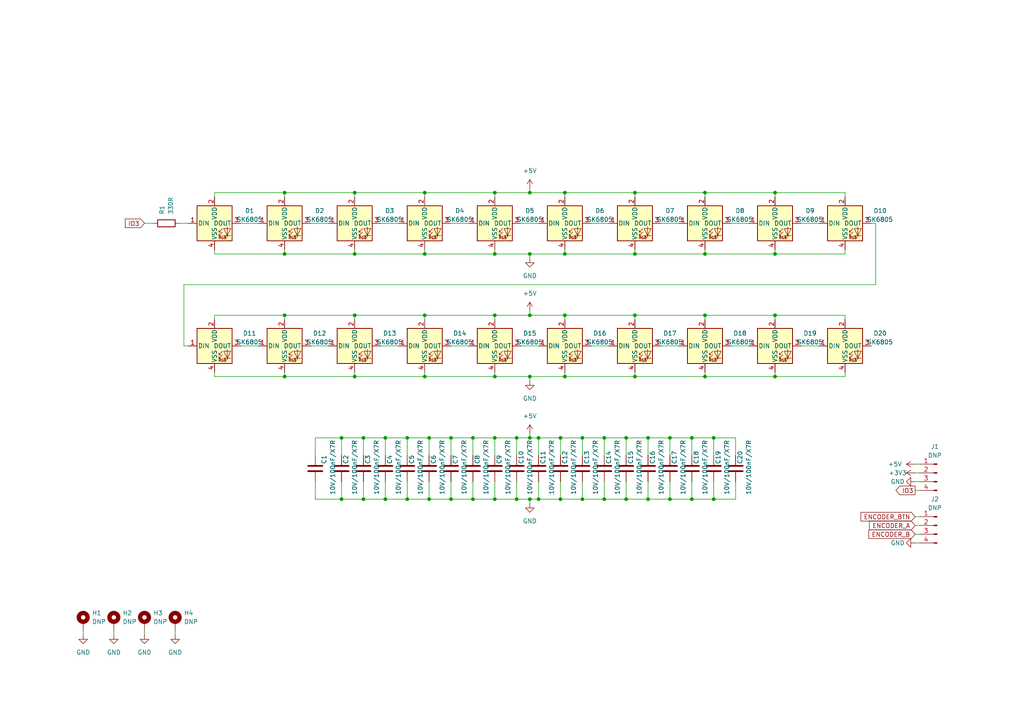
<source format=kicad_sch>
(kicad_sch (version 20230121) (generator eeschema)
  (paper "A4")
  (lib_symbols
    (symbol "Connector:Conn_01x04_Pin" (pin_names (offset 1.016) hide)
      (property "Reference" "J" (at 0 5.08 0))
      (property "Value" "Conn_01x04_Pin" (at 0 -7.62 0))
      (symbol "Conn_01x04_Pin_1_1"
        (polyline (pts (xy 1.27 -5.08) (xy 0.8636 -5.08)) (stroke (width 0.1524)))
        (polyline (pts (xy 1.27 -2.54) (xy 0.8636 -2.54)) (stroke (width 0.1524)))
        (polyline (pts (xy 1.27 0) (xy 0.8636 0)) (stroke (width 0.1524)))
        (polyline (pts (xy 1.27 2.54) (xy 0.8636 2.54)) (stroke (width 0.1524)))
        (rectangle (start 0.8636 -4.953) (end 0 -5.207) (stroke (width 0.1524)) (fill (type outline)))
        (rectangle (start 0.8636 -2.413) (end 0 -2.667) (stroke (width 0.1524)) (fill (type outline)))
        (rectangle (start 0.8636 0.127) (end 0 -0.127) (stroke (width 0.1524)) (fill (type outline)))
        (rectangle (start 0.8636 2.667) (end 0 2.413) (stroke (width 0.1524)) (fill (type outline)))
        (pin passive line (at 5.08 2.54 180) (length 3.81) (name "Pin_1") (number "1"))
        (pin passive line (at 5.08 0 180) (length 3.81) (name "Pin_2") (number "2"))
        (pin passive line (at 5.08 -2.54 180) (length 3.81) (name "Pin_3") (number "3"))
        (pin passive line (at 5.08 -5.08 180) (length 3.81) (name "Pin_4") (number "4"))
      )
    )
    (symbol "Device:C" (pin_numbers hide) (pin_names (offset 0.254))
      (property "Reference" "C" (at 0.635 2.54 0))
      (property "Value" "C" (at 0.635 -2.54 0))
      (symbol "C_0_1"
        (polyline (pts (xy -2.032 -0.762) (xy 2.032 -0.762)) (stroke (width 0.508)))
        (polyline (pts (xy -2.032 0.762) (xy 2.032 0.762)) (stroke (width 0.508)))
      )
      (symbol "C_1_1"
        (pin passive line (at 0 3.81 270) (length 2.794) (name "~") (number "1"))
        (pin passive line (at 0 -3.81 90) (length 2.794) (name "~") (number "2"))
      )
    )
    (symbol "Device:R" (pin_numbers hide) (pin_names (offset 0))
      (property "Reference" "R" (at 2.032 0 90))
      (property "Value" "R" (at 0 0 90))
      (symbol "R_0_1"
        (rectangle (start -1.016 -2.54) (end 1.016 2.54) (stroke (width 0.254)))
      )
      (symbol "R_1_1"
        (pin passive line (at 0 3.81 270) (length 1.27) (name "~") (number "1"))
        (pin passive line (at 0 -3.81 90) (length 1.27) (name "~") (number "2"))
      )
    )
    (symbol "LED:SK6805" (pin_names (offset 0.254))
      (property "Reference" "D13" (at 10.16 3.6479 0))
      (property "Value" "SK6805" (at 10.16 1.1079 0))
      (symbol "SK6805_0_0"
        (text "RGB" (at 2.286 -4.191 0) (effects (font (size 0.762 0.762))))
      )
      (symbol "SK6805_0_1"
        (polyline (pts (xy 1.27 -3.556) (xy 1.778 -3.556)))
        (polyline (pts (xy 1.27 -2.54) (xy 1.778 -2.54)))
        (polyline (pts (xy 4.699 -3.556) (xy 2.667 -3.556)))
        (polyline (pts (xy 2.286 -2.54) (xy 1.27 -3.556) (xy 1.27 -3.048)))
        (polyline (pts (xy 2.286 -1.524) (xy 1.27 -2.54) (xy 1.27 -2.032)))
        (polyline (pts (xy 3.683 -1.016) (xy 3.683 -3.556) (xy 3.683 -4.064)))
        (polyline (pts (xy 4.699 -1.524) (xy 2.667 -1.524) (xy 3.683 -3.556) (xy 4.699 -1.524)))
        (rectangle (start 5.08 5.08) (end -5.08 -5.08) (stroke (width 0.254)) (fill (type background)))
      )
      (symbol "SK6805_1_1"
        (pin input line (at -7.62 0 0) (length 2.54) (name "DIN") (number "1"))
        (pin power_in line (at 0 7.62 270) (length 2.54) (name "VDD") (number "2"))
        (pin output line (at 7.62 0 180) (length 2.54) (name "DOUT") (number "3"))
        (pin power_in line (at 0 -7.62 90) (length 2.54) (name "VSS") (number "4"))
      )
    )
    (symbol "Mechanical:MountingHole_Pad" (pin_numbers hide) (pin_names (offset 1.016) hide)
      (property "Reference" "H" (at 0 6.35 0))
      (property "Value" "MountingHole_Pad" (at 0 4.445 0))
      (symbol "MountingHole_Pad_0_1"
        (circle (center 0 1.27) (radius 1.27) (stroke (width 1.27)))
      )
      (symbol "MountingHole_Pad_1_1"
        (pin input line (at 0 -2.54 90) (length 2.54) (name "1") (number "1"))
      )
    )
    (symbol "power:+3V3" (power) (pin_names (offset 0))
      (property "Value" "+3V3" (at 0 3.556 0))
      (symbol "+3V3_0_1"
        (polyline (pts (xy -0.762 1.27) (xy 0 2.54)))
        (polyline (pts (xy 0 0) (xy 0 2.54)))
        (polyline (pts (xy 0 2.54) (xy 0.762 1.27)))
      )
      (symbol "+3V3_1_1"
        (pin power_in line (at 0 0 90) (length 0) hide (name "+3V3") (number "1"))
      )
    )
    (symbol "power:+5V" (power) (pin_names (offset 0))
      (property "Value" "+5V" (at 0 3.556 0))
      (symbol "+5V_0_1"
        (polyline (pts (xy -0.762 1.27) (xy 0 2.54)))
        (polyline (pts (xy 0 0) (xy 0 2.54)))
        (polyline (pts (xy 0 2.54) (xy 0.762 1.27)))
      )
      (symbol "+5V_1_1"
        (pin power_in line (at 0 0 90) (length 0) hide (name "+5V") (number "1"))
      )
    )
    (symbol "power:GND" (power) (pin_names (offset 0))
      (property "Value" "GND" (at 0 -3.81 0))
      (symbol "GND_0_1"
        (polyline (pts (xy 0 0) (xy 0 -1.27) (xy 1.27 -1.27) (xy 0 -2.54) (xy -1.27 -1.27) (xy 0 -1.27)))
      )
      (symbol "GND_1_1"
        (pin power_in line (at 0 0 270) (length 0) hide (name "GND") (number "1"))
      )
    )
  )
  (junction (at 99.06 127))
  (junction (at 207.01 144.78))
  (junction (at 118.11 144.78))
  (junction (at 82.55 91.44))
  (junction (at 194.31 144.78))
  (junction (at 153.67 109.22))
  (junction (at 118.11 127))
  (junction (at 168.91 127))
  (junction (at 143.51 91.44))
  (junction (at 82.55 55.88))
  (junction (at 137.16 127))
  (junction (at 99.06 144.78))
  (junction (at 168.91 144.78))
  (junction (at 143.51 144.78))
  (junction (at 181.61 144.78))
  (junction (at 184.15 109.22))
  (junction (at 102.87 55.88))
  (junction (at 82.55 73.66))
  (junction (at 82.55 109.22))
  (junction (at 149.86 144.78))
  (junction (at 153.67 127))
  (junction (at 184.15 91.44))
  (junction (at 162.56 144.78))
  (junction (at 163.83 73.66))
  (junction (at 204.47 55.88))
  (junction (at 204.47 91.44))
  (junction (at 156.21 144.78))
  (junction (at 111.76 127))
  (junction (at 143.51 127))
  (junction (at 200.66 127))
  (junction (at 224.79 109.22))
  (junction (at 153.67 144.78))
  (junction (at 175.26 127))
  (junction (at 207.01 127))
  (junction (at 204.47 109.22))
  (junction (at 111.76 144.78))
  (junction (at 102.87 73.66))
  (junction (at 130.81 127))
  (junction (at 194.31 127))
  (junction (at 124.46 144.78))
  (junction (at 123.19 91.44))
  (junction (at 224.79 73.66))
  (junction (at 123.19 55.88))
  (junction (at 181.61 127))
  (junction (at 124.46 127))
  (junction (at 204.47 73.66))
  (junction (at 102.87 109.22))
  (junction (at 143.51 109.22))
  (junction (at 123.19 109.22))
  (junction (at 143.51 73.66))
  (junction (at 102.87 91.44))
  (junction (at 163.83 109.22))
  (junction (at 187.96 144.78))
  (junction (at 143.51 55.88))
  (junction (at 156.21 127))
  (junction (at 149.86 127))
  (junction (at 200.66 144.78))
  (junction (at 175.26 144.78))
  (junction (at 184.15 73.66))
  (junction (at 163.83 55.88))
  (junction (at 153.67 73.66))
  (junction (at 123.19 73.66))
  (junction (at 163.83 91.44))
  (junction (at 162.56 127))
  (junction (at 105.41 144.78))
  (junction (at 224.79 55.88))
  (junction (at 153.67 91.44))
  (junction (at 187.96 127))
  (junction (at 137.16 144.78))
  (junction (at 105.41 127))
  (junction (at 184.15 55.88))
  (junction (at 130.81 144.78))
  (junction (at 153.67 55.88))
  (junction (at 224.79 91.44))
  (wire (pts (xy 62.23 55.88) (xy 82.55 55.88)))
  (wire (pts (xy 181.61 144.78) (xy 187.96 144.78)))
  (wire (pts (xy 105.41 127) (xy 111.76 127)))
  (wire (pts (xy 153.67 144.78) (xy 153.67 146.05)))
  (wire (pts (xy 163.83 109.22) (xy 184.15 109.22)))
  (wire (pts (xy 265.43 157.48) (xy 266.7 157.48)))
  (wire (pts (xy 53.34 100.33) (xy 53.34 82.55)))
  (wire (pts (xy 24.13 184.15) (xy 24.13 182.88)))
  (wire (pts (xy 200.66 144.78) (xy 207.01 144.78)))
  (wire (pts (xy 168.91 127) (xy 168.91 132.08)))
  (wire (pts (xy 187.96 127) (xy 194.31 127)))
  (wire (pts (xy 224.79 109.22) (xy 245.11 109.22)))
  (wire (pts (xy 168.91 144.78) (xy 175.26 144.78)))
  (wire (pts (xy 245.11 72.39) (xy 245.11 73.66)))
  (wire (pts (xy 53.34 82.55) (xy 254 82.55)))
  (wire (pts (xy 102.87 73.66) (xy 82.55 73.66)))
  (wire (pts (xy 187.96 144.78) (xy 194.31 144.78)))
  (wire (pts (xy 82.55 107.95) (xy 82.55 109.22)))
  (wire (pts (xy 175.26 132.08) (xy 175.26 127)))
  (wire (pts (xy 200.66 132.08) (xy 200.66 127)))
  (wire (pts (xy 212.09 100.33) (xy 217.17 100.33)))
  (wire (pts (xy 149.86 132.08) (xy 149.86 127)))
  (wire (pts (xy 153.67 127) (xy 156.21 127)))
  (wire (pts (xy 204.47 107.95) (xy 204.47 109.22)))
  (wire (pts (xy 175.26 139.7) (xy 175.26 144.78)))
  (wire (pts (xy 194.31 127) (xy 200.66 127)))
  (wire (pts (xy 111.76 139.7) (xy 111.76 144.78)))
  (wire (pts (xy 110.49 64.77) (xy 115.57 64.77)))
  (wire (pts (xy 118.11 127) (xy 124.46 127)))
  (wire (pts (xy 162.56 127) (xy 168.91 127)))
  (wire (pts (xy 171.45 64.77) (xy 176.53 64.77)))
  (wire (pts (xy 54.61 100.33) (xy 53.34 100.33)))
  (wire (pts (xy 163.83 107.95) (xy 163.83 109.22)))
  (wire (pts (xy 149.86 127) (xy 153.67 127)))
  (wire (pts (xy 91.44 139.7) (xy 91.44 144.78)))
  (wire (pts (xy 149.86 139.7) (xy 149.86 144.78)))
  (wire (pts (xy 50.8 184.15) (xy 50.8 182.88)))
  (wire (pts (xy 149.86 127) (xy 143.51 127)))
  (wire (pts (xy 90.17 100.33) (xy 95.25 100.33)))
  (wire (pts (xy 143.51 144.78) (xy 149.86 144.78)))
  (wire (pts (xy 105.41 139.7) (xy 105.41 144.78)))
  (wire (pts (xy 163.83 72.39) (xy 163.83 73.66)))
  (wire (pts (xy 124.46 139.7) (xy 124.46 144.78)))
  (wire (pts (xy 163.83 55.88) (xy 184.15 55.88)))
  (wire (pts (xy 91.44 144.78) (xy 99.06 144.78)))
  (wire (pts (xy 213.36 139.7) (xy 213.36 144.78)))
  (wire (pts (xy 41.91 184.15) (xy 41.91 182.88)))
  (wire (pts (xy 99.06 127) (xy 99.06 132.08)))
  (wire (pts (xy 265.43 149.86) (xy 266.7 149.86)))
  (wire (pts (xy 123.19 55.88) (xy 123.19 57.15)))
  (wire (pts (xy 207.01 127) (xy 213.36 127)))
  (wire (pts (xy 171.45 100.33) (xy 176.53 100.33)))
  (wire (pts (xy 224.79 91.44) (xy 224.79 92.71)))
  (wire (pts (xy 62.23 55.88) (xy 62.23 57.15)))
  (wire (pts (xy 82.55 91.44) (xy 82.55 92.71)))
  (wire (pts (xy 153.67 73.66) (xy 153.67 74.93)))
  (wire (pts (xy 118.11 127) (xy 118.11 132.08)))
  (wire (pts (xy 110.49 100.33) (xy 115.57 100.33)))
  (wire (pts (xy 143.51 72.39) (xy 143.51 73.66)))
  (wire (pts (xy 187.96 139.7) (xy 187.96 144.78)))
  (wire (pts (xy 123.19 72.39) (xy 123.19 73.66)))
  (wire (pts (xy 102.87 91.44) (xy 102.87 92.71)))
  (wire (pts (xy 184.15 109.22) (xy 204.47 109.22)))
  (wire (pts (xy 207.01 144.78) (xy 213.36 144.78)))
  (wire (pts (xy 204.47 109.22) (xy 224.79 109.22)))
  (wire (pts (xy 62.23 109.22) (xy 62.23 107.95)))
  (wire (pts (xy 99.06 144.78) (xy 105.41 144.78)))
  (wire (pts (xy 52.07 64.77) (xy 54.61 64.77)))
  (wire (pts (xy 62.23 109.22) (xy 82.55 109.22)))
  (wire (pts (xy 265.43 152.4) (xy 266.7 152.4)))
  (wire (pts (xy 137.16 132.08) (xy 137.16 127)))
  (wire (pts (xy 162.56 139.7) (xy 162.56 144.78)))
  (wire (pts (xy 163.83 91.44) (xy 163.83 92.71)))
  (wire (pts (xy 143.51 139.7) (xy 143.51 144.78)))
  (wire (pts (xy 151.13 100.33) (xy 156.21 100.33)))
  (wire (pts (xy 191.77 64.77) (xy 196.85 64.77)))
  (wire (pts (xy 111.76 127) (xy 118.11 127)))
  (wire (pts (xy 184.15 55.88) (xy 204.47 55.88)))
  (wire (pts (xy 254 82.55) (xy 254 64.77)))
  (wire (pts (xy 163.83 91.44) (xy 184.15 91.44)))
  (wire (pts (xy 123.19 73.66) (xy 102.87 73.66)))
  (wire (pts (xy 130.81 132.08) (xy 130.81 127)))
  (wire (pts (xy 232.41 64.77) (xy 237.49 64.77)))
  (wire (pts (xy 168.91 139.7) (xy 168.91 144.78)))
  (wire (pts (xy 265.43 142.24) (xy 266.7 142.24)))
  (wire (pts (xy 130.81 127) (xy 137.16 127)))
  (wire (pts (xy 162.56 127) (xy 162.56 132.08)))
  (wire (pts (xy 62.23 73.66) (xy 62.23 72.39)))
  (wire (pts (xy 102.87 55.88) (xy 123.19 55.88)))
  (wire (pts (xy 143.51 109.22) (xy 153.67 109.22)))
  (wire (pts (xy 153.67 109.22) (xy 163.83 109.22)))
  (wire (pts (xy 124.46 132.08) (xy 124.46 127)))
  (wire (pts (xy 149.86 144.78) (xy 153.67 144.78)))
  (wire (pts (xy 153.67 73.66) (xy 163.83 73.66)))
  (wire (pts (xy 204.47 91.44) (xy 204.47 92.71)))
  (wire (pts (xy 224.79 55.88) (xy 245.11 55.88)))
  (wire (pts (xy 245.11 107.95) (xy 245.11 109.22)))
  (wire (pts (xy 181.61 139.7) (xy 181.61 144.78)))
  (wire (pts (xy 265.43 139.7) (xy 266.7 139.7)))
  (wire (pts (xy 153.67 91.44) (xy 153.67 90.17)))
  (wire (pts (xy 163.83 55.88) (xy 153.67 55.88)))
  (wire (pts (xy 102.87 107.95) (xy 102.87 109.22)))
  (wire (pts (xy 123.19 109.22) (xy 143.51 109.22)))
  (wire (pts (xy 118.11 139.7) (xy 118.11 144.78)))
  (wire (pts (xy 143.51 107.95) (xy 143.51 109.22)))
  (wire (pts (xy 153.67 127) (xy 153.67 125.73)))
  (wire (pts (xy 130.81 100.33) (xy 135.89 100.33)))
  (wire (pts (xy 153.67 91.44) (xy 143.51 91.44)))
  (wire (pts (xy 212.09 64.77) (xy 217.17 64.77)))
  (wire (pts (xy 181.61 132.08) (xy 181.61 127)))
  (wire (pts (xy 69.85 64.77) (xy 74.93 64.77)))
  (wire (pts (xy 130.81 64.77) (xy 135.89 64.77)))
  (wire (pts (xy 62.23 91.44) (xy 62.23 92.71)))
  (wire (pts (xy 102.87 55.88) (xy 102.87 57.15)))
  (wire (pts (xy 124.46 144.78) (xy 130.81 144.78)))
  (wire (pts (xy 181.61 127) (xy 187.96 127)))
  (wire (pts (xy 213.36 127) (xy 213.36 132.08)))
  (wire (pts (xy 200.66 139.7) (xy 200.66 144.78)))
  (wire (pts (xy 153.67 144.78) (xy 156.21 144.78)))
  (wire (pts (xy 123.19 107.95) (xy 123.19 109.22)))
  (wire (pts (xy 184.15 91.44) (xy 184.15 92.71)))
  (wire (pts (xy 184.15 91.44) (xy 204.47 91.44)))
  (wire (pts (xy 265.43 134.62) (xy 266.7 134.62)))
  (wire (pts (xy 224.79 91.44) (xy 245.11 91.44)))
  (wire (pts (xy 184.15 107.95) (xy 184.15 109.22)))
  (wire (pts (xy 143.51 127) (xy 137.16 127)))
  (wire (pts (xy 123.19 91.44) (xy 123.19 92.71)))
  (wire (pts (xy 204.47 55.88) (xy 204.47 57.15)))
  (wire (pts (xy 245.11 91.44) (xy 245.11 92.71)))
  (wire (pts (xy 156.21 127) (xy 162.56 127)))
  (wire (pts (xy 194.31 127) (xy 194.31 132.08)))
  (wire (pts (xy 184.15 73.66) (xy 204.47 73.66)))
  (wire (pts (xy 204.47 55.88) (xy 224.79 55.88)))
  (wire (pts (xy 102.87 109.22) (xy 82.55 109.22)))
  (wire (pts (xy 153.67 55.88) (xy 143.51 55.88)))
  (wire (pts (xy 163.83 55.88) (xy 163.83 57.15)))
  (wire (pts (xy 41.91 64.77) (xy 44.45 64.77)))
  (wire (pts (xy 130.81 139.7) (xy 130.81 144.78)))
  (wire (pts (xy 156.21 132.08) (xy 156.21 127)))
  (wire (pts (xy 224.79 107.95) (xy 224.79 109.22)))
  (wire (pts (xy 137.16 144.78) (xy 143.51 144.78)))
  (wire (pts (xy 156.21 139.7) (xy 156.21 144.78)))
  (wire (pts (xy 245.11 55.88) (xy 245.11 57.15)))
  (wire (pts (xy 69.85 100.33) (xy 74.93 100.33)))
  (wire (pts (xy 62.23 91.44) (xy 82.55 91.44)))
  (wire (pts (xy 207.01 132.08) (xy 207.01 127)))
  (wire (pts (xy 175.26 144.78) (xy 181.61 144.78)))
  (wire (pts (xy 184.15 72.39) (xy 184.15 73.66)))
  (wire (pts (xy 204.47 73.66) (xy 224.79 73.66)))
  (wire (pts (xy 265.43 154.94) (xy 266.7 154.94)))
  (wire (pts (xy 163.83 91.44) (xy 153.67 91.44)))
  (wire (pts (xy 82.55 72.39) (xy 82.55 73.66)))
  (wire (pts (xy 99.06 139.7) (xy 99.06 144.78)))
  (wire (pts (xy 62.23 73.66) (xy 82.55 73.66)))
  (wire (pts (xy 143.51 91.44) (xy 143.51 92.71)))
  (wire (pts (xy 91.44 127) (xy 99.06 127)))
  (wire (pts (xy 111.76 144.78) (xy 118.11 144.78)))
  (wire (pts (xy 143.51 73.66) (xy 153.67 73.66)))
  (wire (pts (xy 105.41 144.78) (xy 111.76 144.78)))
  (wire (pts (xy 143.51 55.88) (xy 143.51 57.15)))
  (wire (pts (xy 184.15 55.88) (xy 184.15 57.15)))
  (wire (pts (xy 175.26 127) (xy 181.61 127)))
  (wire (pts (xy 194.31 144.78) (xy 200.66 144.78)))
  (wire (pts (xy 123.19 73.66) (xy 143.51 73.66)))
  (wire (pts (xy 207.01 139.7) (xy 207.01 144.78)))
  (wire (pts (xy 194.31 139.7) (xy 194.31 144.78)))
  (wire (pts (xy 123.19 109.22) (xy 102.87 109.22)))
  (wire (pts (xy 111.76 132.08) (xy 111.76 127)))
  (wire (pts (xy 187.96 132.08) (xy 187.96 127)))
  (wire (pts (xy 137.16 139.7) (xy 137.16 144.78)))
  (wire (pts (xy 102.87 72.39) (xy 102.87 73.66)))
  (wire (pts (xy 33.02 184.15) (xy 33.02 182.88)))
  (wire (pts (xy 130.81 144.78) (xy 137.16 144.78)))
  (wire (pts (xy 105.41 127) (xy 105.41 132.08)))
  (wire (pts (xy 163.83 73.66) (xy 184.15 73.66)))
  (wire (pts (xy 265.43 137.16) (xy 266.7 137.16)))
  (wire (pts (xy 151.13 64.77) (xy 156.21 64.77)))
  (wire (pts (xy 224.79 72.39) (xy 224.79 73.66)))
  (wire (pts (xy 123.19 91.44) (xy 143.51 91.44)))
  (wire (pts (xy 82.55 55.88) (xy 82.55 57.15)))
  (wire (pts (xy 91.44 132.08) (xy 91.44 127)))
  (wire (pts (xy 224.79 73.66) (xy 245.11 73.66)))
  (wire (pts (xy 153.67 109.22) (xy 153.67 110.49)))
  (wire (pts (xy 118.11 144.78) (xy 124.46 144.78)))
  (wire (pts (xy 224.79 55.88) (xy 224.79 57.15)))
  (wire (pts (xy 168.91 127) (xy 175.26 127)))
  (wire (pts (xy 82.55 55.88) (xy 102.87 55.88)))
  (wire (pts (xy 90.17 64.77) (xy 95.25 64.77)))
  (wire (pts (xy 124.46 127) (xy 130.81 127)))
  (wire (pts (xy 82.55 91.44) (xy 102.87 91.44)))
  (wire (pts (xy 204.47 72.39) (xy 204.47 73.66)))
  (wire (pts (xy 153.67 55.88) (xy 153.67 54.61)))
  (wire (pts (xy 191.77 100.33) (xy 196.85 100.33)))
  (wire (pts (xy 204.47 91.44) (xy 224.79 91.44)))
  (wire (pts (xy 162.56 144.78) (xy 168.91 144.78)))
  (wire (pts (xy 102.87 91.44) (xy 123.19 91.44)))
  (wire (pts (xy 99.06 127) (xy 105.41 127)))
  (wire (pts (xy 254 64.77) (xy 252.73 64.77)))
  (wire (pts (xy 200.66 127) (xy 207.01 127)))
  (wire (pts (xy 143.51 127) (xy 143.51 132.08)))
  (wire (pts (xy 123.19 55.88) (xy 143.51 55.88)))
  (wire (pts (xy 156.21 144.78) (xy 162.56 144.78)))
  (wire (pts (xy 232.41 100.33) (xy 237.49 100.33)))
  (global_label "IO3" (shape output) (at 265.43 142.24 180) (property "Intersheetrefs" "${INTERSHEET_REFS}" (effects hide)))
  (global_label "ENCODER_BTN" (shape input) (at 265.43 149.86 180) (property "Intersheetrefs" "${INTERSHEET_REFS}" (effects hide)))
  (global_label "IO3" (shape input) (at 41.91 64.77 180) (property "Intersheetrefs" "${INTERSHEET_REFS}" (effects hide)))
  (global_label "ENCODER_A" (shape input) (at 265.43 152.4 180) (property "Intersheetrefs" "${INTERSHEET_REFS}" (effects hide)))
  (global_label "ENCODER_B" (shape input) (at 265.43 154.94 180) (property "Intersheetrefs" "${INTERSHEET_REFS}" (effects hide)))
  (symbol (lib_id "LED:SK6805") (at 184.15 100.33 0) (unit 1)
    (property "Reference" "D17" (at 194.31 96.6821 0))
    (property "Value" "SK6805" (at 194.31 99.2221 0))
    (property "Footprint" "SmartEncoder:SK6805-EC15" (effects hide))
    (property "Datasheet" "https://cdn-shop.adafruit.com/product-files/3484/3484_Datasheet.pdf" (effects hide))
  )
  (symbol (lib_id "Device:C") (at 213.36 135.89 0) (unit 1)
    (property "Reference" "C20" (at 214.63 134.62 90) (effects (justify left)))
    (property "Value" "10V/100nF/X7R" (at 217.17 143.51 90) (effects (justify left)))
    (property "Footprint" "Capacitor_SMD:C_0603_1608Metric" (effects hide))
  )
  (symbol (lib_id "Device:C") (at 175.26 135.89 0) (unit 1)
    (property "Reference" "C14" (at 176.53 134.62 90) (effects (justify left)))
    (property "Value" "10V/100nF/X7R" (at 179.07 143.51 90) (effects (justify left)))
    (property "Footprint" "Capacitor_SMD:C_0603_1608Metric" (effects hide))
  )
  (symbol (lib_id "Device:C") (at 124.46 135.89 0) (unit 1)
    (property "Reference" "C6" (at 125.73 134.62 90) (effects (justify left)))
    (property "Value" "10V/100nF/X7R" (at 128.27 143.51 90) (effects (justify left)))
    (property "Footprint" "Capacitor_SMD:C_0603_1608Metric" (effects hide))
  )
  (symbol (lib_id "LED:SK6805") (at 163.83 64.77 0) (unit 1)
    (property "Reference" "D6" (at 173.99 61.1221 0))
    (property "Value" "SK6805" (at 173.99 63.6621 0))
    (property "Footprint" "SmartEncoder:SK6805-EC15" (effects hide))
    (property "Datasheet" "https://cdn-shop.adafruit.com/product-files/3484/3484_Datasheet.pdf" (effects hide))
  )
  (symbol (lib_id "LED:SK6805") (at 143.51 100.33 0) (unit 1)
    (property "Reference" "D15" (at 153.67 96.6821 0))
    (property "Value" "SK6805" (at 153.67 99.2221 0))
    (property "Footprint" "SmartEncoder:SK6805-EC15" (effects hide))
    (property "Datasheet" "https://cdn-shop.adafruit.com/product-files/3484/3484_Datasheet.pdf" (effects hide))
  )
  (symbol (lib_id "Mechanical:MountingHole_Pad") (at 24.13 180.34 0) (unit 1)
    (property "Reference" "H1" (at 26.67 177.8 0) (effects (justify left)))
    (property "Value" "DNP" (at 26.67 180.34 0) (effects (justify left)))
    (property "Footprint" "MountingHole:MountingHole_3.2mm_M3_ISO7380_Pad" (effects hide))
  )
  (symbol (lib_id "LED:SK6805") (at 102.87 64.77 0) (unit 1)
    (property "Reference" "D3" (at 113.03 61.1221 0))
    (property "Value" "SK6805" (at 113.03 63.6621 0))
    (property "Footprint" "SmartEncoder:SK6805-EC15" (effects hide))
    (property "Datasheet" "https://cdn-shop.adafruit.com/product-files/3484/3484_Datasheet.pdf" (effects hide))
  )
  (symbol (lib_id "Device:C") (at 130.81 135.89 0) (unit 1)
    (property "Reference" "C7" (at 132.08 134.62 90) (effects (justify left)))
    (property "Value" "10V/100nF/X7R" (at 134.62 143.51 90) (effects (justify left)))
    (property "Footprint" "Capacitor_SMD:C_0603_1608Metric" (effects hide))
  )
  (symbol (lib_id "LED:SK6805") (at 102.87 100.33 0) (unit 1)
    (property "Reference" "D13" (at 113.03 96.6821 0))
    (property "Value" "SK6805" (at 113.03 99.2221 0))
    (property "Footprint" "SmartEncoder:SK6805-EC15" (effects hide))
    (property "Datasheet" "https://cdn-shop.adafruit.com/product-files/3484/3484_Datasheet.pdf" (effects hide))
  )
  (symbol (lib_id "LED:SK6805") (at 163.83 100.33 0) (unit 1)
    (property "Reference" "D16" (at 173.99 96.6821 0))
    (property "Value" "SK6805" (at 173.99 99.2221 0))
    (property "Footprint" "SmartEncoder:SK6805-EC15" (effects hide))
    (property "Datasheet" "https://cdn-shop.adafruit.com/product-files/3484/3484_Datasheet.pdf" (effects hide))
  )
  (symbol (lib_id "Device:C") (at 91.44 135.89 0) (unit 1)
    (property "Reference" "C1" (at 93.98 134.62 90) (effects (justify left)))
    (property "Value" "10V/100nF/X7R" (at 96.52 143.51 90) (effects (justify left)))
    (property "Footprint" "Capacitor_SMD:C_0603_1608Metric" (effects hide))
  )
  (symbol (lib_id "Device:C") (at 207.01 135.89 0) (unit 1)
    (property "Reference" "C19" (at 208.28 134.62 90) (effects (justify left)))
    (property "Value" "10V/100nF/X7R" (at 210.82 143.51 90) (effects (justify left)))
    (property "Footprint" "Capacitor_SMD:C_0603_1608Metric" (effects hide))
  )
  (symbol (lib_id "LED:SK6805") (at 143.51 64.77 0) (unit 1)
    (property "Reference" "D5" (at 153.67 61.1221 0))
    (property "Value" "SK6805" (at 153.67 63.6621 0))
    (property "Footprint" "SmartEncoder:SK6805-EC15" (effects hide))
    (property "Datasheet" "https://cdn-shop.adafruit.com/product-files/3484/3484_Datasheet.pdf" (effects hide))
  )
  (symbol (lib_id "power:GND") (at 24.13 184.15 0) (unit 1)
    (property "Reference" "#PWR09" (effects hide))
    (property "Value" "GND" (at 24.13 189.23 0))
  )
  (symbol (lib_id "Device:C") (at 200.66 135.89 0) (unit 1)
    (property "Reference" "C18" (at 201.93 134.62 90) (effects (justify left)))
    (property "Value" "10V/100nF/X7R" (at 204.47 143.51 90) (effects (justify left)))
    (property "Footprint" "Capacitor_SMD:C_0603_1608Metric" (effects hide))
  )
  (symbol (lib_id "power:GND") (at 153.67 110.49 0) (unit 1)
    (property "Reference" "#PWR08" (effects hide))
    (property "Value" "GND" (at 153.67 115.57 0))
  )
  (symbol (lib_id "power:+5V") (at 265.43 134.62 90) (unit 1)
    (property "Reference" "#PWR03" (effects hide))
    (property "Value" "+5V" (at 261.62 134.62 90) (effects (justify left)))
  )
  (symbol (lib_id "Device:C") (at 162.56 135.89 0) (unit 1)
    (property "Reference" "C12" (at 163.83 134.62 90) (effects (justify left)))
    (property "Value" "10V/100nF/X7R" (at 166.37 143.51 90) (effects (justify left)))
    (property "Footprint" "Capacitor_SMD:C_0603_1608Metric" (effects hide))
  )
  (symbol (lib_id "power:GND") (at 265.43 157.48 270) (unit 1)
    (property "Reference" "#PWR06" (effects hide))
    (property "Value" "GND" (at 260.35 157.48 90))
  )
  (symbol (lib_id "Device:C") (at 187.96 135.89 0) (unit 1)
    (property "Reference" "C16" (at 189.23 134.62 90) (effects (justify left)))
    (property "Value" "10V/100nF/X7R" (at 191.77 143.51 90) (effects (justify left)))
    (property "Footprint" "Capacitor_SMD:C_0603_1608Metric" (effects hide))
  )
  (symbol (lib_id "LED:SK6805") (at 62.23 64.77 0) (unit 1)
    (property "Reference" "D1" (at 72.39 61.1221 0))
    (property "Value" "SK6805" (at 72.39 63.6621 0))
    (property "Footprint" "SmartEncoder:SK6805-EC15" (effects hide))
    (property "Datasheet" "https://cdn-shop.adafruit.com/product-files/3484/3484_Datasheet.pdf" (effects hide))
  )
  (symbol (lib_id "power:+5V") (at 153.67 125.73 0) (unit 1)
    (property "Reference" "#PWR01" (effects hide))
    (property "Value" "+5V" (at 153.67 120.65 0))
  )
  (symbol (lib_id "Device:R") (at 48.26 64.77 90) (unit 1)
    (property "Reference" "R1" (at 46.99 62.23 0) (effects (justify left)))
    (property "Value" "330R" (at 49.53 62.23 0) (effects (justify left)))
    (property "Footprint" "Resistor_SMD:R_0603_1608Metric" (effects hide))
  )
  (symbol (lib_id "power:GND") (at 41.91 184.15 0) (unit 1)
    (property "Reference" "#PWR013" (effects hide))
    (property "Value" "GND" (at 41.91 189.23 0))
  )
  (symbol (lib_id "Device:C") (at 105.41 135.89 0) (unit 1)
    (property "Reference" "C3" (at 106.68 134.62 90) (effects (justify left)))
    (property "Value" "10V/100nF/X7R" (at 109.22 143.51 90) (effects (justify left)))
    (property "Footprint" "Capacitor_SMD:C_0603_1608Metric" (effects hide))
  )
  (symbol (lib_id "power:+3V3") (at 265.43 137.16 90) (unit 1)
    (property "Reference" "#PWR04" (effects hide))
    (property "Value" "+3V3" (at 260.35 137.16 90))
  )
  (symbol (lib_id "LED:SK6805") (at 123.19 100.33 0) (unit 1)
    (property "Reference" "D14" (at 133.35 96.6821 0))
    (property "Value" "SK6805" (at 133.35 99.2221 0))
    (property "Footprint" "SmartEncoder:SK6805-EC15" (effects hide))
    (property "Datasheet" "https://cdn-shop.adafruit.com/product-files/3484/3484_Datasheet.pdf" (effects hide))
  )
  (symbol (lib_id "LED:SK6805") (at 82.55 64.77 0) (unit 1)
    (property "Reference" "D2" (at 92.71 61.1221 0))
    (property "Value" "SK6805" (at 92.71 63.6621 0))
    (property "Footprint" "SmartEncoder:SK6805-EC15" (effects hide))
    (property "Datasheet" "https://cdn-shop.adafruit.com/product-files/3484/3484_Datasheet.pdf" (effects hide))
  )
  (symbol (lib_id "Connector:Conn_01x04_Pin") (at 271.78 137.16 0) (mirror y) (unit 1)
    (property "Reference" "J1" (at 271.145 129.54 0))
    (property "Value" "DNP" (at 271.145 132.08 0))
    (property "Footprint" "Connector_PinHeader_2.54mm:PinHeader_1x04_P2.54mm_Vertical" (effects hide))
  )
  (symbol (lib_id "Connector:Conn_01x04_Pin") (at 271.78 152.4 0) (mirror y) (unit 1)
    (property "Reference" "J2" (at 271.145 144.78 0))
    (property "Value" "DNP" (at 271.145 147.32 0))
    (property "Footprint" "Connector_PinHeader_2.54mm:PinHeader_1x04_P2.54mm_Vertical" (effects hide))
  )
  (symbol (lib_id "LED:SK6805") (at 82.55 100.33 0) (unit 1)
    (property "Reference" "D12" (at 92.71 96.6821 0))
    (property "Value" "SK6805" (at 92.71 99.2221 0))
    (property "Footprint" "SmartEncoder:SK6805-EC15" (effects hide))
    (property "Datasheet" "https://cdn-shop.adafruit.com/product-files/3484/3484_Datasheet.pdf" (effects hide))
  )
  (symbol (lib_id "Mechanical:MountingHole_Pad") (at 41.91 180.34 0) (unit 1)
    (property "Reference" "H3" (at 44.45 177.8 0) (effects (justify left)))
    (property "Value" "DNP" (at 44.45 180.34 0) (effects (justify left)))
    (property "Footprint" "MountingHole:MountingHole_3.2mm_M3_ISO7380_Pad" (effects hide))
  )
  (symbol (lib_id "LED:SK6805") (at 204.47 100.33 0) (unit 1)
    (property "Reference" "D18" (at 214.63 96.6821 0))
    (property "Value" "SK6805" (at 214.63 99.2221 0))
    (property "Footprint" "SmartEncoder:SK6805-EC15" (effects hide))
    (property "Datasheet" "https://cdn-shop.adafruit.com/product-files/3484/3484_Datasheet.pdf" (effects hide))
  )
  (symbol (lib_id "LED:SK6805") (at 204.47 64.77 0) (unit 1)
    (property "Reference" "D8" (at 214.63 61.1221 0))
    (property "Value" "SK6805" (at 214.63 63.6621 0))
    (property "Footprint" "SmartEncoder:SK6805-EC15" (effects hide))
    (property "Datasheet" "https://cdn-shop.adafruit.com/product-files/3484/3484_Datasheet.pdf" (effects hide))
  )
  (symbol (lib_id "power:GND") (at 33.02 184.15 0) (unit 1)
    (property "Reference" "#PWR012" (effects hide))
    (property "Value" "GND" (at 33.02 189.23 0))
  )
  (symbol (lib_id "Mechanical:MountingHole_Pad") (at 33.02 180.34 0) (unit 1)
    (property "Reference" "H2" (at 35.56 177.8 0) (effects (justify left)))
    (property "Value" "DNP" (at 35.56 180.34 0) (effects (justify left)))
    (property "Footprint" "MountingHole:MountingHole_3.2mm_M3_ISO7380_Pad" (effects hide))
  )
  (symbol (lib_id "Device:C") (at 143.51 135.89 0) (unit 1)
    (property "Reference" "C9" (at 144.78 134.62 90) (effects (justify left)))
    (property "Value" "10V/100nF/X7R" (at 147.32 143.51 90) (effects (justify left)))
    (property "Footprint" "Capacitor_SMD:C_0603_1608Metric" (effects hide))
  )
  (symbol (lib_id "Device:C") (at 181.61 135.89 0) (unit 1)
    (property "Reference" "C15" (at 182.88 134.62 90) (effects (justify left)))
    (property "Value" "10V/100nF/X7R" (at 185.42 143.51 90) (effects (justify left)))
    (property "Footprint" "Capacitor_SMD:C_0603_1608Metric" (effects hide))
  )
  (symbol (lib_id "power:GND") (at 265.43 139.7 270) (unit 1)
    (property "Reference" "#PWR05" (effects hide))
    (property "Value" "GND" (at 260.35 139.7 90))
  )
  (symbol (lib_id "Device:C") (at 156.21 135.89 0) (unit 1)
    (property "Reference" "C11" (at 157.48 134.62 90) (effects (justify left)))
    (property "Value" "10V/100nF/X7R" (at 160.02 143.51 90) (effects (justify left)))
    (property "Footprint" "Capacitor_SMD:C_0603_1608Metric" (effects hide))
  )
  (symbol (lib_id "Device:C") (at 111.76 135.89 0) (unit 1)
    (property "Reference" "C4" (at 113.03 134.62 90) (effects (justify left)))
    (property "Value" "10V/100nF/X7R" (at 115.57 143.51 90) (effects (justify left)))
    (property "Footprint" "Capacitor_SMD:C_0603_1608Metric" (effects hide))
  )
  (symbol (lib_id "Device:C") (at 118.11 135.89 0) (unit 1)
    (property "Reference" "C5" (at 119.38 134.62 90) (effects (justify left)))
    (property "Value" "10V/100nF/X7R" (at 121.92 143.51 90) (effects (justify left)))
    (property "Footprint" "Capacitor_SMD:C_0603_1608Metric" (effects hide))
  )
  (symbol (lib_id "Device:C") (at 137.16 135.89 0) (unit 1)
    (property "Reference" "C8" (at 138.43 134.62 90) (effects (justify left)))
    (property "Value" "10V/100nF/X7R" (at 140.97 143.51 90) (effects (justify left)))
    (property "Footprint" "Capacitor_SMD:C_0603_1608Metric" (effects hide))
  )
  (symbol (lib_id "Device:C") (at 149.86 135.89 0) (unit 1)
    (property "Reference" "C10" (at 151.13 134.62 90) (effects (justify left)))
    (property "Value" "10V/100nF/X7R" (at 153.67 143.51 90) (effects (justify left)))
    (property "Footprint" "Capacitor_SMD:C_0603_1608Metric" (effects hide))
  )
  (symbol (lib_id "LED:SK6805") (at 224.79 64.77 0) (unit 1)
    (property "Reference" "D9" (at 234.95 61.1221 0))
    (property "Value" "SK6805" (at 234.95 63.6621 0))
    (property "Footprint" "SmartEncoder:SK6805-EC15" (effects hide))
    (property "Datasheet" "https://cdn-shop.adafruit.com/product-files/3484/3484_Datasheet.pdf" (effects hide))
  )
  (symbol (lib_id "LED:SK6805") (at 224.79 100.33 0) (unit 1)
    (property "Reference" "D19" (at 234.95 96.6821 0))
    (property "Value" "SK6805" (at 234.95 99.2221 0))
    (property "Footprint" "SmartEncoder:SK6805-EC15" (effects hide))
    (property "Datasheet" "https://cdn-shop.adafruit.com/product-files/3484/3484_Datasheet.pdf" (effects hide))
  )
  (symbol (lib_id "LED:SK6805") (at 245.11 100.33 0) (unit 1)
    (property "Reference" "D20" (at 255.27 96.6821 0))
    (property "Value" "SK6805" (at 255.27 99.2221 0))
    (property "Footprint" "SmartEncoder:SK6805-EC15" (effects hide))
    (property "Datasheet" "https://cdn-shop.adafruit.com/product-files/3484/3484_Datasheet.pdf" (effects hide))
  )
  (symbol (lib_id "LED:SK6805") (at 245.11 64.77 0) (unit 1)
    (property "Reference" "D10" (at 255.27 61.1221 0))
    (property "Value" "SK6805" (at 255.27 63.6621 0))
    (property "Footprint" "SmartEncoder:SK6805-EC15" (effects hide))
    (property "Datasheet" "https://cdn-shop.adafruit.com/product-files/3484/3484_Datasheet.pdf" (effects hide))
  )
  (symbol (lib_id "Device:C") (at 168.91 135.89 0) (unit 1)
    (property "Reference" "C13" (at 170.18 134.62 90) (effects (justify left)))
    (property "Value" "10V/100nF/X7R" (at 172.72 143.51 90) (effects (justify left)))
    (property "Footprint" "Capacitor_SMD:C_0603_1608Metric" (effects hide))
  )
  (symbol (lib_id "power:+5V") (at 153.67 54.61 0) (unit 1)
    (property "Reference" "#PWR010" (effects hide))
    (property "Value" "+5V" (at 153.67 49.53 0))
  )
  (symbol (lib_id "LED:SK6805") (at 184.15 64.77 0) (unit 1)
    (property "Reference" "D7" (at 194.31 61.1221 0))
    (property "Value" "SK6805" (at 194.31 63.6621 0))
    (property "Footprint" "SmartEncoder:SK6805-EC15" (effects hide))
    (property "Datasheet" "https://cdn-shop.adafruit.com/product-files/3484/3484_Datasheet.pdf" (effects hide))
  )
  (symbol (lib_id "power:+5V") (at 153.67 90.17 0) (unit 1)
    (property "Reference" "#PWR07" (effects hide))
    (property "Value" "+5V" (at 153.67 85.09 0))
  )
  (symbol (lib_id "Device:C") (at 194.31 135.89 0) (unit 1)
    (property "Reference" "C17" (at 195.58 134.62 90) (effects (justify left)))
    (property "Value" "10V/100nF/X7R" (at 198.12 143.51 90) (effects (justify left)))
    (property "Footprint" "Capacitor_SMD:C_0603_1608Metric" (effects hide))
  )
  (symbol (lib_id "Device:C") (at 99.06 135.89 0) (unit 1)
    (property "Reference" "C2" (at 100.33 134.62 90) (effects (justify left)))
    (property "Value" "10V/100nF/X7R" (at 102.87 143.51 90) (effects (justify left)))
    (property "Footprint" "Capacitor_SMD:C_0603_1608Metric" (effects hide))
  )
  (symbol (lib_id "LED:SK6805") (at 62.23 100.33 0) (unit 1)
    (property "Reference" "D11" (at 72.39 96.6821 0))
    (property "Value" "SK6805" (at 72.39 99.2221 0))
    (property "Footprint" "SmartEncoder:SK6805-EC15" (effects hide))
    (property "Datasheet" "https://cdn-shop.adafruit.com/product-files/3484/3484_Datasheet.pdf" (effects hide))
  )
  (symbol (lib_id "Mechanical:MountingHole_Pad") (at 50.8 180.34 0) (unit 1)
    (property "Reference" "H4" (at 53.34 177.8 0) (effects (justify left)))
    (property "Value" "DNP" (at 53.34 180.34 0) (effects (justify left)))
    (property "Footprint" "MountingHole:MountingHole_3.2mm_M3_ISO7380_Pad" (effects hide))
  )
  (symbol (lib_id "LED:SK6805") (at 123.19 64.77 0) (unit 1)
    (property "Reference" "D4" (at 133.35 61.1221 0))
    (property "Value" "SK6805" (at 133.35 63.6621 0))
    (property "Footprint" "SmartEncoder:SK6805-EC15" (effects hide))
    (property "Datasheet" "https://cdn-shop.adafruit.com/product-files/3484/3484_Datasheet.pdf" (effects hide))
  )
  (symbol (lib_id "power:GND") (at 50.8 184.15 0) (unit 1)
    (property "Reference" "#PWR014" (effects hide))
    (property "Value" "GND" (at 50.8 189.23 0))
  )
  (symbol (lib_id "power:GND") (at 153.67 74.93 0) (unit 1)
    (property "Reference" "#PWR011" (effects hide))
    (property "Value" "GND" (at 153.67 80.01 0))
  )
  (symbol (lib_id "power:GND") (at 153.67 146.05 0) (unit 1)
    (property "Reference" "#PWR02" (effects hide))
    (property "Value" "GND" (at 153.67 151.13 0))
  )
)
</source>
